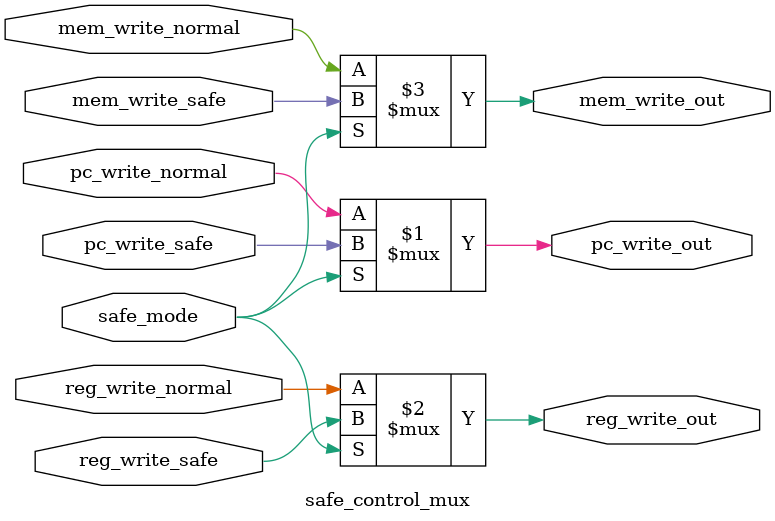
<source format=v>
`timescale 1ns / 1ps


module safe_control_mux (
    input  wire safe_mode,

    input  wire pc_write_normal,
    input  wire reg_write_normal,
    input  wire mem_write_normal,

    input  wire pc_write_safe,
    input  wire reg_write_safe,
    input  wire mem_write_safe,

    output wire pc_write_out,
    output wire reg_write_out,
    output wire mem_write_out
);

    assign pc_write_out  = safe_mode ? pc_write_safe  : pc_write_normal;
    assign reg_write_out = safe_mode ? reg_write_safe : reg_write_normal;
    assign mem_write_out = safe_mode ? mem_write_safe : mem_write_normal;

endmodule

</source>
